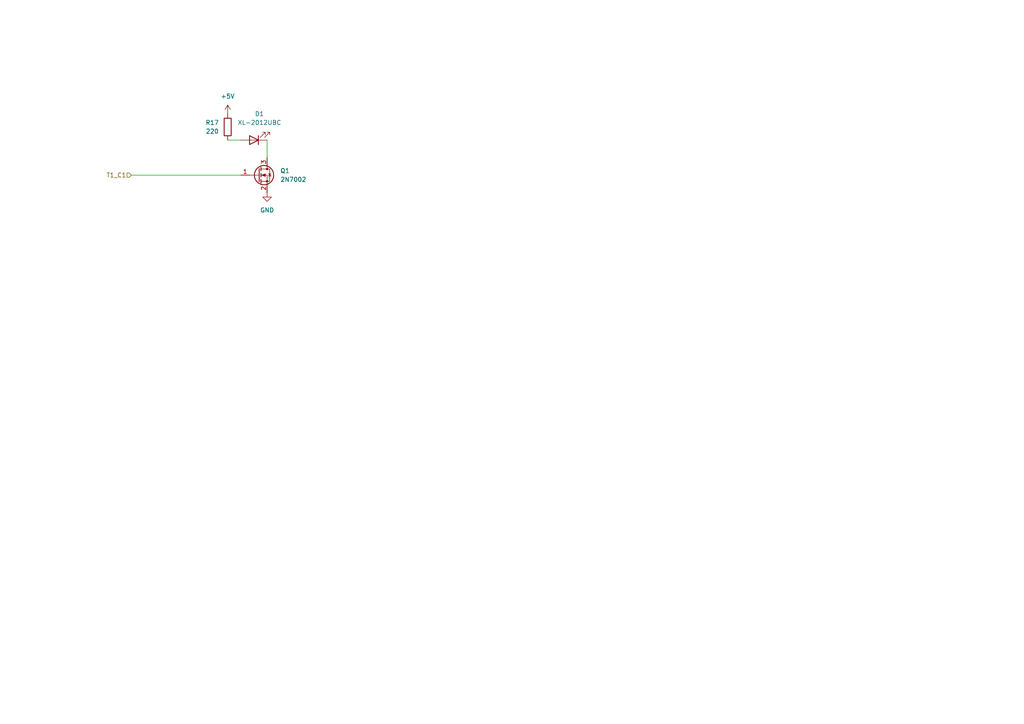
<source format=kicad_sch>
(kicad_sch (version 20250114) (generator "eeschema") (generator_version "9.0")
  (paper "A4")
  (lib_symbols
    (symbol "Device:LED" (pin_numbers (hide yes)) (pin_names (offset 1.016) (hide yes))
      (property "Reference" "D" (at 0 2.54 0))
      (property "Value" "LED" (at 0 -2.54 0))
      (symbol "LED_0_1"
        (polyline (pts (xy -3.048 -0.762) (xy -4.572 -2.286) (xy -3.81 -2.286) (xy -4.572 -2.286) (xy -4.572 -1.524)))
        (polyline (pts (xy -1.778 -0.762) (xy -3.302 -2.286) (xy -2.54 -2.286) (xy -3.302 -2.286) (xy -3.302 -1.524)))
        (polyline (pts (xy -1.27 0) (xy 1.27 0)))
        (polyline (pts (xy -1.27 -1.27) (xy -1.27 1.27)) (stroke (width 0.254)))
        (polyline (pts (xy 1.27 -1.27) (xy 1.27 1.27) (xy -1.27 0) (xy 1.27 -1.27)) (stroke (width 0.254)))
      )
      (symbol "LED_1_1"
        (pin passive line (at -3.81 0 0) (length 2.54) (name "K") (number "1"))
        (pin passive line (at 3.81 0 180) (length 2.54) (name "A") (number "2"))
      )
    )
    (symbol "Device:R" (pin_numbers (hide yes)) (pin_names (offset 0))
      (property "Reference" "R" (at 2.032 0 90))
      (property "Value" "R" (at 0 0 90))
      (symbol "R_0_1"
        (rectangle (start -1.016 -2.54) (end 1.016 2.54) (stroke (width 0.254)))
      )
      (symbol "R_1_1"
        (pin passive line (at 0 3.81 270) (length 1.27) (name "~") (number "1"))
        (pin passive line (at 0 -3.81 90) (length 1.27) (name "~") (number "2"))
      )
    )
    (symbol "Transistor_FET:2N7002" (pin_names (offset 0) (hide yes))
      (property "Reference" "Q" (at 5.08 1.905 0))
      (property "Value" "2N7002" (at 5.08 0 0))
      (symbol "2N7002_0_1"
        (polyline (pts (xy 0.254 1.905) (xy 0.254 -1.905)) (stroke (width 0.254)))
        (polyline (pts (xy 0.254 0) (xy -2.54 0)))
        (polyline (pts (xy 0.762 2.286) (xy 0.762 1.27)) (stroke (width 0.254)))
        (polyline (pts (xy 0.762 0.508) (xy 0.762 -0.508)) (stroke (width 0.254)))
        (polyline (pts (xy 0.762 -1.27) (xy 0.762 -2.286)) (stroke (width 0.254)))
        (polyline (pts (xy 0.762 -1.778) (xy 3.302 -1.778) (xy 3.302 1.778) (xy 0.762 1.778)))
        (polyline (pts (xy 1.016 0) (xy 2.032 0.381) (xy 2.032 -0.381) (xy 1.016 0)) (fill (type outline)))
        (circle (center 1.651 0) (radius 2.794) (stroke (width 0.254)))
        (polyline (pts (xy 2.54 2.54) (xy 2.54 1.778)))
        (circle (center 2.54 1.778) (radius 0.254) (fill (type outline)))
        (circle (center 2.54 -1.778) (radius 0.254) (fill (type outline)))
        (polyline (pts (xy 2.54 -2.54) (xy 2.54 0) (xy 0.762 0)))
        (polyline (pts (xy 2.921 0.381) (xy 3.683 0.381)))
        (polyline (pts (xy 3.302 0.381) (xy 2.921 -0.254) (xy 3.683 -0.254) (xy 3.302 0.381)))
      )
      (symbol "2N7002_1_1"
        (pin input line (at -5.08 0 0) (length 2.54) (name "G") (number "1"))
        (pin passive line (at 2.54 5.08 270) (length 2.54) (name "D") (number "3"))
        (pin passive line (at 2.54 -5.08 90) (length 2.54) (name "S") (number "2"))
      )
    )
    (symbol "power:+5V" (power) (pin_numbers (hide yes)) (pin_names (offset 0) (hide yes))
      (property "Value" "+5V" (at 0 3.556 0))
      (symbol "+5V_0_1"
        (polyline (pts (xy -0.762 1.27) (xy 0 2.54)))
        (polyline (pts (xy 0 2.54) (xy 0.762 1.27)))
        (polyline (pts (xy 0 0) (xy 0 2.54)))
      )
      (symbol "+5V_1_1"
        (pin power_in line (at 0 0 90) (length 0) (name "~") (number "1"))
      )
    )
    (symbol "power:GND" (power) (pin_numbers (hide yes)) (pin_names (offset 0) (hide yes))
      (property "Value" "GND" (at 0 -3.81 0))
      (symbol "GND_0_1"
        (polyline (pts (xy 0 0) (xy 0 -1.27) (xy 1.27 -1.27) (xy 0 -2.54) (xy -1.27 -1.27) (xy 0 -1.27)))
      )
      (symbol "GND_1_1"
        (pin power_in line (at 0 0 270) (length 0) (name "~") (number "1"))
      )
    )
  )
  (wire (pts (xy 69.85 50.8) (xy 38.1 50.8)))
  (wire (pts (xy 77.47 40.64) (xy 77.47 45.72)))
  (wire (pts (xy 66.04 40.64) (xy 69.85 40.64)))
  (hierarchical_label "T1_C1" (shape input) (at 38.1 50.8 180))
  (symbol (lib_id "Transistor_FET:2N7002") (at 74.93 50.8 0) (unit 1)
    (property "Reference" "Q1" (at 81.28 49.5299 0) (effects (justify left)))
    (property "Value" "2N7002" (at 81.28 52.0699 0) (effects (justify left)))
    (property "Footprint" "Package_TO_SOT_SMD:SOT-23" (effects (hide yes)))
    (property "Datasheet" "https://www.onsemi.com/pub/Collateral/NDS7002A-D.PDF" (effects (hide yes)))
    (property "Description" "0.115A Id, 60V Vds, N-Channel MOSFET, SOT-23" (effects (hide yes)))
  )
  (symbol (lib_id "power:GND") (at 77.47 55.88 0) (unit 1)
    (property "Reference" "#PWR073" (effects (hide yes)))
    (property "Value" "GND" (at 77.47 60.96 0))
    (property "Description" "Power symbol creates a global label with name \"GND\" , ground" (effects (hide yes)))
  )
  (symbol (lib_id "Device:LED") (at 73.66 40.64 180) (unit 1)
    (property "Reference" "D1" (at 75.2475 33.02 0))
    (property "Value" "XL-2012UBC" (at 75.2475 35.56 0))
    (property "Footprint" "LED_SMD:LED_0805_2012Metric" (effects (hide yes)))
    (property "Description" "Light emitting diode" (effects (hide yes)))
    (property "Sim.Pins" "1=K 2=A" (effects (hide yes)))
  )
  (symbol (lib_id "Device:R") (at 66.04 36.83 0) (mirror x) (unit 1)
    (property "Reference" "R17" (at 63.5 35.5599 0) (effects (justify right)))
    (property "Value" "220" (at 63.5 38.0999 0) (effects (justify right)))
    (property "Footprint" "Resistor_SMD:R_0603_1608Metric" (effects (hide yes)))
    (property "Description" "Resistor" (effects (hide yes)))
  )
  (symbol (lib_id "power:+5V") (at 66.04 33.02 0) (unit 1)
    (property "Reference" "#PWR072" (effects (hide yes)))
    (property "Value" "+5V" (at 66.04 27.94 0))
    (property "Description" "Power symbol creates a global label with name \"+5V\"" (effects (hide yes)))
  )
)
</source>
